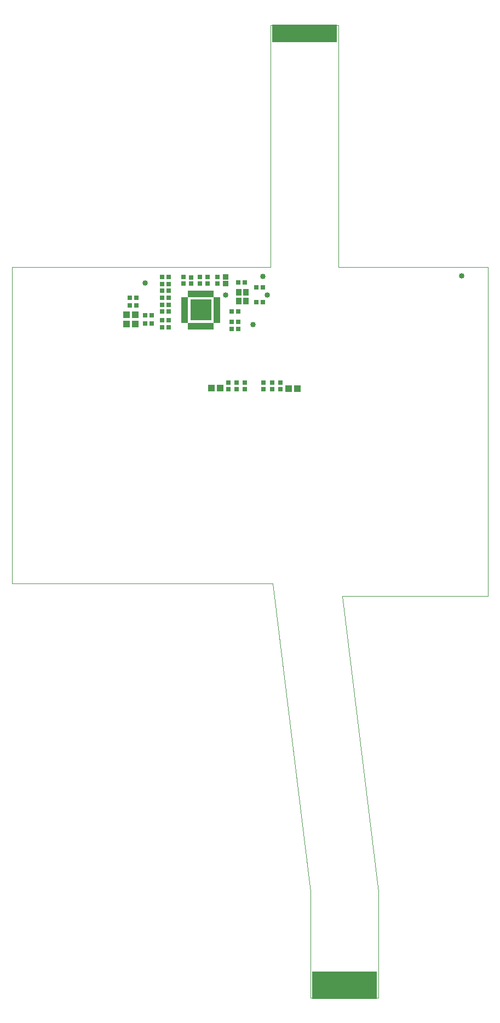
<source format=gts>
G04*
G04 #@! TF.GenerationSoftware,Altium Limited,Altium Designer,19.0.12 (326)*
G04*
G04 Layer_Color=8388736*
%FSLAX44Y44*%
%MOMM*%
G71*
G01*
G75*
%ADD18C,0.0127*%
%ADD19C,0.0130*%
%ADD30C,0.8500*%
%ADD31R,1.0032X1.1032*%
%ADD32R,0.8032X0.8032*%
%ADD33R,3.3032X3.3032*%
%ADD34R,0.5132X1.1032*%
%ADD35R,1.1032X0.5132*%
%ADD36R,0.9232X0.9232*%
%ADD37R,0.9532X1.0532*%
%ADD38R,0.8032X0.8032*%
%ADD39R,0.5032X2.8032*%
%ADD40R,0.5032X4.2032*%
%ADD41C,0.7032*%
D18*
X510723Y-19142D02*
X566304Y-476337D01*
X0Y0D02*
X403392D01*
X403397Y0D02*
X461304Y-476337D01*
X735904Y-19138D02*
Y489996D01*
X4Y0D02*
Y489996D01*
X461304Y-640804D02*
X566304D01*
Y-476337D01*
X461304Y-640804D02*
Y-476337D01*
X399804Y864296D02*
X399804Y489996D01*
X504804Y864296D02*
X504804Y489996D01*
X4Y489996D02*
X399804Y489996D01*
X504804Y489996D02*
X735904Y489996D01*
X399804Y864296D02*
X504804D01*
D19*
X510723Y-19138D02*
X735904Y-19138D01*
D30*
X394930Y446906D02*
D03*
X388288Y475574D02*
D03*
X206005Y465494D02*
D03*
X372832Y400470D02*
D03*
X695666Y476162D02*
D03*
X330052Y446979D02*
D03*
D31*
X441356Y302038D02*
D03*
X427356D02*
D03*
X308230Y302602D02*
D03*
X322230D02*
D03*
X176759Y401375D02*
D03*
X190759D02*
D03*
X176759Y416107D02*
D03*
X190759D02*
D03*
D32*
X414804Y300760D02*
D03*
Y310760D02*
D03*
X402352Y300760D02*
D03*
Y310760D02*
D03*
X388914Y300848D02*
D03*
Y310848D02*
D03*
X360388Y300808D02*
D03*
Y310808D02*
D03*
X346900Y310759D02*
D03*
Y300759D02*
D03*
X334534Y310808D02*
D03*
Y300808D02*
D03*
X290841Y464128D02*
D03*
Y474128D02*
D03*
X318019D02*
D03*
Y464128D02*
D03*
X265028Y474145D02*
D03*
Y464145D02*
D03*
X302779Y464128D02*
D03*
Y474128D02*
D03*
X276966Y464077D02*
D03*
Y474077D02*
D03*
D33*
X291862Y423357D02*
D03*
D34*
X274362Y448647D02*
D03*
X279362D02*
D03*
X284362D02*
D03*
X289362D02*
D03*
X294362D02*
D03*
X299362D02*
D03*
X304362D02*
D03*
X309362D02*
D03*
Y398067D02*
D03*
X304362D02*
D03*
X299362D02*
D03*
X294362D02*
D03*
X289362D02*
D03*
X284362D02*
D03*
X279362D02*
D03*
X274362D02*
D03*
D35*
X317152Y440857D02*
D03*
Y435857D02*
D03*
Y430857D02*
D03*
Y425857D02*
D03*
Y420857D02*
D03*
Y415857D02*
D03*
Y410857D02*
D03*
Y405857D02*
D03*
X266572D02*
D03*
Y410857D02*
D03*
Y415857D02*
D03*
Y420857D02*
D03*
Y425857D02*
D03*
Y430857D02*
D03*
Y435857D02*
D03*
Y440857D02*
D03*
D36*
X330013Y464096D02*
D03*
Y474096D02*
D03*
D37*
X350870Y437261D02*
D03*
X361378D02*
D03*
X350870Y450761D02*
D03*
X361378D02*
D03*
D38*
X377992Y435730D02*
D03*
X387992D02*
D03*
X182489Y430839D02*
D03*
X192489D02*
D03*
X339571Y421003D02*
D03*
X349571D02*
D03*
X387992Y458235D02*
D03*
X377992D02*
D03*
X216301Y402899D02*
D03*
X206301D02*
D03*
X206301Y414837D02*
D03*
X216301D02*
D03*
X359573Y466145D02*
D03*
X349573D02*
D03*
X349694Y405394D02*
D03*
X339694D02*
D03*
X232342Y431485D02*
D03*
X242342D02*
D03*
X232342Y407863D02*
D03*
X242342D02*
D03*
X349694Y393710D02*
D03*
X339694D02*
D03*
X232342Y396941D02*
D03*
X242342D02*
D03*
X232383Y420817D02*
D03*
X242383D02*
D03*
X232336Y442194D02*
D03*
X242336D02*
D03*
X232336Y453036D02*
D03*
X242336D02*
D03*
X232342Y463743D02*
D03*
X242342D02*
D03*
X232343Y474356D02*
D03*
X242343D02*
D03*
X182569Y442523D02*
D03*
X192569D02*
D03*
D39*
X489804Y851296D02*
D03*
X484804D02*
D03*
X479804D02*
D03*
X474804D02*
D03*
X469804D02*
D03*
X464804D02*
D03*
X494804D02*
D03*
X499804D02*
D03*
X449804D02*
D03*
X444804D02*
D03*
X439804D02*
D03*
X434804D02*
D03*
X429804D02*
D03*
X424804D02*
D03*
X419804D02*
D03*
X414804D02*
D03*
X409804D02*
D03*
X404804D02*
D03*
X454804D02*
D03*
X459804D02*
D03*
D40*
X521304Y-620804D02*
D03*
X516304D02*
D03*
X466304D02*
D03*
X471304D02*
D03*
X476304D02*
D03*
X481304D02*
D03*
X486304D02*
D03*
X491304D02*
D03*
X496304D02*
D03*
X501304D02*
D03*
X506304D02*
D03*
X511304D02*
D03*
X561304D02*
D03*
X556304D02*
D03*
X526304D02*
D03*
X531304D02*
D03*
X536304D02*
D03*
X541304D02*
D03*
X546304D02*
D03*
X551304D02*
D03*
D41*
X302862Y412357D02*
D03*
X291862D02*
D03*
X280862D02*
D03*
X302862Y423357D02*
D03*
X291862D02*
D03*
X280862D02*
D03*
Y434357D02*
D03*
X302862D02*
D03*
X291862D02*
D03*
M02*

</source>
